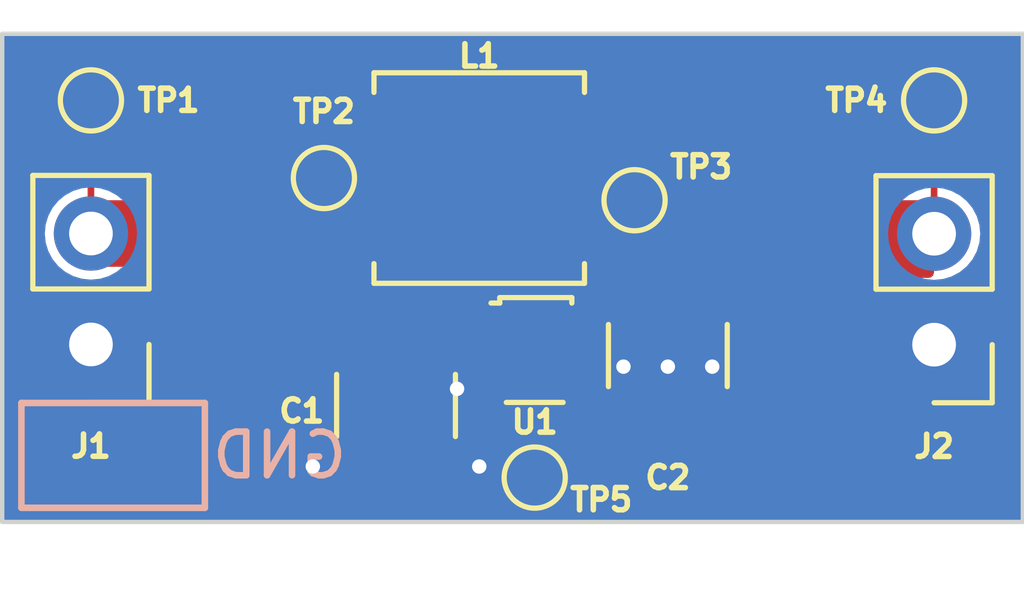
<source format=kicad_pcb>
(kicad_pcb (version 20221018) (generator pcbnew)
  (layers (0 "F.Cu" signal "Front") (31 "B.Cu" signal "Back") (34 "B.Paste" user) (35 "F.Paste" user) (36 "B.SilkS" user "B.Silkscreen") (37 "F.SilkS" user "F.Silkscreen") (38 "B.Mask" user) (39 "F.Mask" user) (44 "Edge.Cuts" user))
  (net 0 "")
  (net 1 "+BATT")
  (net 2 "GND")
  (net 3 "+5V")
  (net 4 "Net-(U1-SW)")
  (net 5 "Net-(U1-PG)")
  (footprint "Connector_PinHeader_2.54mm:PinHeader_1x02_P2.54mm_Vertical" (layer "F.Cu") (at 96.52 72.898 180)
    (fp_text reference "J1" (at 0 -2.33) (layer "F.SilkS") (effects (font (size 0.51 0.51) (thickness 0.127) bold)))
    (fp_text value "~")
    (fp_line (start -1.33 -1.33) (end 0 -1.33) (stroke (width 0.12)) (layer "F.SilkS"))
    (fp_line (start -1.33 0) (end -1.33 -1.33) (stroke (width 0.12)) (layer "F.SilkS"))
    (fp_line (start -1.33 1.27) (end -1.33 3.87) (stroke (width 0.12)) (layer "F.SilkS"))
    (fp_line (start -1.33 1.27) (end 1.33 1.27) (stroke (width 0.12)) (layer "F.SilkS"))
    (fp_line (start -1.33 3.87) (end 1.33 3.87) (stroke (width 0.12)) (layer "F.SilkS"))
    (fp_line (start 1.33 1.27) (end 1.33 3.87) (stroke (width 0.12)) (layer "F.SilkS"))
    (pad "1" thru_hole rect (at 0 0 180) (size 1.7 1.7) (drill 1) (layers "*.Cu" "*.Mask") (net 2 "GND"))
    (pad "2" thru_hole oval (at 0 2.54 180) (size 1.7 1.7) (drill 1) (layers "*.Cu" "*.Mask") (net 1 "+BATT"))
  )
  (footprint "TestPoint:TestPoint_Pad_D1.0mm" (layer "F.Cu") (at 108.966 69.596)
    (fp_text reference "TP3" (at 1.524 -0.762) (layer "F.SilkS") (effects (font (size 0.51 0.51) (thickness 0.127) bold)))
    (fp_text value "~")
    (fp_circle (center 0 0) (end 0 0.7) (stroke (width 0.12)) (fill none) (layer "F.SilkS"))
    (pad "1" smd circle (at 0 0) (size 1 1) (layers "F.Cu" "F.Mask") (net 4 "Net-(U1-SW)"))
  )
  (footprint "TestPoint:TestPoint_Pad_D1.0mm" (layer "F.Cu") (at 106.68 75.946)
    (fp_text reference "TP5" (at 1.524 0.508) (layer "F.SilkS") (effects (font (size 0.51 0.51) (thickness 0.127) bold)))
    (fp_text value "~")
    (fp_circle (center 0 0) (end 0 0.7) (stroke (width 0.12)) (fill none) (layer "F.SilkS"))
    (pad "1" smd circle (at 0 0) (size 1 1) (layers "F.Cu" "F.Mask") (net 5 "Net-(U1-PG)"))
  )
  (footprint "Inductor_SMD:L_Coilcraft_XAL4020-XXX" (layer "F.Cu") (at 105.41 69.088)
    (fp_text reference "L1" (at 0 -2.794) (layer "F.SilkS") (effects (font (size 0.51 0.51) (thickness 0.127) bold)))
    (fp_text value "0.47uH")
    (fp_line (start -2.41 -2.41) (end -2.41 -1.96) (stroke (width 0.12)) (layer "F.SilkS"))
    (fp_line (start -2.41 -2.41) (end 2.41 -2.41) (stroke (width 0.12)) (layer "F.SilkS"))
    (fp_line (start -2.41 2.41) (end -2.41 1.96) (stroke (width 0.12)) (layer "F.SilkS"))
    (fp_line (start -2.41 2.41) (end 2.41 2.41) (stroke (width 0.12)) (layer "F.SilkS"))
    (fp_line (start 2.41 -2.41) (end 2.41 -1.96) (stroke (width 0.12)) (layer "F.SilkS"))
    (fp_line (start 2.41 2.41) (end 2.41 1.96) (stroke (width 0.12)) (layer "F.SilkS"))
    (pad "1" smd rect (at -1.185 0) (size 0.98 3.4) (layers "F.Cu" "F.Paste" "F.Mask") (net 1 "+BATT"))
    (pad "2" smd rect (at 1.185 0) (size 0.98 3.4) (layers "F.Cu" "F.Paste" "F.Mask") (net 4 "Net-(U1-SW)"))
  )
  (footprint "TestPoint:TestPoint_Pad_D1.0mm" (layer "F.Cu") (at 115.824 67.31)
    (fp_text reference "TP4" (at -1.778 0) (layer "F.SilkS") (effects (font (size 0.51 0.51) (thickness 0.127) bold)))
    (fp_text value "~")
    (fp_circle (center 0 0) (end 0 0.7) (stroke (width 0.12)) (fill none) (layer "F.SilkS"))
    (pad "1" smd circle (at 0 0) (size 1 1) (layers "F.Cu" "F.Mask") (net 3 "+5V"))
  )
  (footprint "TestPoint:TestPoint_Pad_D1.0mm" (layer "F.Cu") (at 101.854 69.088)
    (fp_text reference "TP2" (at 0 -1.524) (layer "F.SilkS") (effects (font (size 0.51 0.51) (thickness 0.127) bold)))
    (fp_text value "~")
    (fp_circle (center 0 0) (end 0 0.7) (stroke (width 0.12)) (fill none) (layer "F.SilkS"))
    (pad "1" smd circle (at 0 0) (size 1 1) (layers "F.Cu" "F.Mask") (net 1 "+BATT"))
  )
  (footprint "Capacitor_SMD:C_1210_3225Metric" (layer "F.Cu") (at 109.728 73.152 -90)
    (fp_text reference "C2" (at 2.794 0 180) (layer "F.SilkS") (effects (font (size 0.51 0.51) (thickness 0.127) bold)))
    (fp_text value "10 μf")
    (fp_line (start -0.711252 -1.36) (end 0.711252 -1.36) (stroke (width 0.12)) (layer "F.SilkS"))
    (fp_line (start -0.711252 1.36) (end 0.711252 1.36) (stroke (width 0.12)) (layer "F.SilkS"))
    (pad "1" smd roundrect (at -1.475 0 270) (size 1.15 2.7) (layers "F.Cu" "F.Paste" "F.Mask") (roundrect_rratio 0.2173913043) (net 3 "+5V"))
    (pad "2" smd roundrect (at 1.475 0 270) (size 1.15 2.7) (layers "F.Cu" "F.Paste" "F.Mask") (roundrect_rratio 0.2173913043) (net 2 "GND"))
  )
  (footprint "Capacitor_SMD:C_1210_3225Metric" (layer "F.Cu") (at 103.505 74.295 -90)
    (fp_text reference "C1" (at 0.127 2.159 180) (layer "F.SilkS") (effects (font (size 0.51 0.51) (thickness 0.127) bold)))
    (fp_text value "10μf")
    (fp_line (start -0.711252 -1.36) (end 0.711252 -1.36) (stroke (width 0.12)) (layer "F.SilkS"))
    (fp_line (start -0.711252 1.36) (end 0.711252 1.36) (stroke (width 0.12)) (layer "F.SilkS"))
    (pad "1" smd roundrect (at -1.475 0 270) (size 1.15 2.7) (layers "F.Cu" "F.Paste" "F.Mask") (roundrect_rratio 0.2173913043) (net 1 "+BATT"))
    (pad "2" smd roundrect (at 1.475 0 270) (size 1.15 2.7) (layers "F.Cu" "F.Paste" "F.Mask") (roundrect_rratio 0.2173913043) (net 2 "GND"))
  )
  (footprint "TestPoint:TestPoint_Pad_D1.0mm" (layer "F.Cu") (at 96.52 67.31)
    (fp_text reference "TP1" (at 1.778 0) (layer "F.SilkS") (effects (font (size 0.51 0.51) (thickness 0.127) bold)))
    (fp_text value "~")
    (fp_circle (center 0 0) (end 0 0.7) (stroke (width 0.12)) (fill none) (layer "F.SilkS"))
    (pad "1" smd circle (at 0 0) (size 1 1) (layers "F.Cu" "F.Mask") (net 1 "+BATT"))
  )
  (footprint "Package_TO_SOT_SMD:SOT-583-8" (layer "F.Cu") (at 106.68 73.025)
    (fp_text reference "U1" (at 0 1.651 unlocked) (layer "F.SilkS") (effects (font (size 0.51 0.51) (thickness 0.127) bold)))
    (fp_text value "~")
    (fp_line (start -0.8 -1.2) (end 0.85 -1.2) (stroke (width 0.12)) (layer "F.SilkS"))
    (fp_line (start -0.8 -1.075) (end -1 -1.075) (stroke (width 0.12)) (layer "F.SilkS"))
    (fp_line (start -0.8 -1.075) (end -0.8 -1.2) (stroke (width 0.12)) (layer "F.SilkS"))
    (fp_line (start 0.65 1.2) (end -0.65 1.2) (stroke (width 0.12)) (layer "F.SilkS"))
    (fp_line (start 0.85 -1.2) (end 0.85 -1.075) (stroke (width 0.12)) (layer "F.SilkS"))
    (pad "1" smd roundrect (at -0.74 -0.75) (size 0.67 0.3) (layers "F.Cu" "F.Paste" "F.Mask") (roundrect_rratio 0.1666666667) (net 1 "+BATT"))
    (pad "2" smd roundrect (at -0.74 -0.25) (size 0.67 0.3) (layers "F.Cu" "F.Paste" "F.Mask") (roundrect_rratio 0.1666666667) (net 1 "+BATT"))
    (pad "3" smd roundrect (at -0.74 0.25) (size 0.67 0.3) (layers "F.Cu" "F.Paste" "F.Mask") (roundrect_rratio 0.1666666667) (net 2 "GND"))
    (pad "4" smd roundrect (at -0.74 0.75) (size 0.67 0.3) (layers "F.Cu" "F.Paste" "F.Mask") (roundrect_rratio 0.1666666667) (net 5 "Net-(U1-PG)"))
    (pad "5" smd roundrect (at 0.74 0.75) (size 0.67 0.3) (layers "F.Cu" "F.Paste" "F.Mask") (roundrect_rratio 0.1666666667) (net 1 "+BATT"))
    (pad "6" smd roundrect (at 0.74 0.25) (size 0.67 0.3) (layers "F.Cu" "F.Paste" "F.Mask") (roundrect_rratio 0.1666666667) (net 2 "GND"))
    (pad "7" smd roundrect (at 0.74 -0.25) (size 0.67 0.3) (layers "F.Cu" "F.Paste" "F.Mask") (roundrect_rratio 0.1666666667) (net 4 "Net-(U1-SW)"))
    (pad "8" smd roundrect (at 0.74 -0.75) (size 0.67 0.3) (layers "F.Cu" "F.Paste" "F.Mask") (roundrect_rratio 0.1666666667) (net 3 "+5V"))
  )
  (footprint "Connector_PinHeader_2.54mm:PinHeader_1x02_P2.54mm_Vertical" (layer "F.Cu") (at 115.824 72.903 180)
    (fp_text reference "J2" (at 0 -2.33) (layer "F.SilkS") (effects (font (size 0.51 0.51) (thickness 0.127) bold)))
    (fp_text value "~")
    (fp_line (start -1.33 -1.33) (end 0 -1.33) (stroke (width 0.12)) (layer "F.SilkS"))
    (fp_line (start -1.33 0) (end -1.33 -1.33) (stroke (width 0.12)) (layer "F.SilkS"))
    (fp_line (start -1.33 1.27) (end -1.33 3.87) (stroke (width 0.12)) (layer "F.SilkS"))
    (fp_line (start -1.33 1.27) (end 1.33 1.27) (stroke (width 0.12)) (layer "F.SilkS"))
    (fp_line (start -1.33 3.87) (end 1.33 3.87) (stroke (width 0.12)) (layer "F.SilkS"))
    (fp_line (start 1.33 1.27) (end 1.33 3.87) (stroke (width 0.12)) (layer "F.SilkS"))
    (pad "1" thru_hole rect (at 0 0 180) (size 1.7 1.7) (drill 1) (layers "*.Cu" "*.Mask") (net 2 "GND"))
    (pad "2" thru_hole oval (at 0 2.54 180) (size 1.7 1.7) (drill 1) (layers "*.Cu" "*.Mask") (net 3 "+5V"))
  )
  (footprint "TestPoint:TestPoint_Keystone_5019_Miniature" (layer "B.Cu") (at 97.028 75.438 180)
    (fp_text reference "GND" (at -3.81 0) (layer "B.SilkS") (effects (justify mirror)))
    (fp_text value "~")
    (fp_line (start -2.1 -1.2) (end -2.1 1.2) (stroke (width 0.15)) (layer "B.SilkS"))
    (fp_line (start -2.1 1.2) (end 2.1 1.2) (stroke (width 0.15)) (layer "B.SilkS"))
    (fp_line (start 2.1 -1.2) (end -2.1 -1.2) (stroke (width 0.15)) (layer "B.SilkS"))
    (fp_line (start 2.1 1.2) (end 2.1 -1.2) (stroke (width 0.15)) (layer "B.SilkS"))
    (pad "1" smd rect (at 0 0 180) (size 3.8 2) (layers "B.Cu" "B.Paste" "B.Mask") (net 2 "GND"))
  )
  (gr_rect (start 94.488 65.786) (end 117.856 76.962) (stroke (width 0.1)) (fill none) (layer "Edge.Cuts"))
  (segment (start 106.816084 73.775) (end 106.5512 73.510116) (width 0.1524) (layer "F.Cu") (net 1))
  (segment (start 106.5512 73.039884) (end 106.286316 72.775) (width 0.1524) (layer "F.Cu") (net 1))
  (segment (start 106.5512 73.510116) (end 106.5512 73.039884) (width 0.1524) (layer "F.Cu") (net 1))
  (segment (start 96.52 70.358) (end 96.52 67.31) (width 0.1524) (layer "F.Cu") (net 1))
  (segment (start 107.42 73.775) (end 106.816084 73.775) (width 0.1524) (layer "F.Cu") (net 1))
  (segment (start 106.286316 72.775) (end 105.94 72.775) (width 0.1524) (layer "F.Cu") (net 1))
  (segment (start 101.854 69.088) (end 104.225 69.088) (width 0.1524) (layer "F.Cu") (net 1))
  (segment (start 103.505 75.77) (end 101.678 75.77) (width 0.254) (layer "F.Cu") (net 2))
  (segment (start 105.332 75.77) (end 105.41 75.692) (width 0.254) (layer "F.Cu") (net 2))
  (segment (start 101.678 75.77) (end 101.6 75.692) (width 0.254) (layer "F.Cu") (net 2))
  (segment (start 105.541 73.275) (end 104.902 73.914) (width 0.1524) (layer "F.Cu") (net 2))
  (segment (start 103.505 75.77) (end 105.332 75.77) (width 0.254) (layer "F.Cu") (net 2))
  (segment (start 105.94 73.275) (end 105.541 73.275) (width 0.1524) (layer "F.Cu") (net 2))
  (via (at 101.6 75.692) (size 0.6858) (drill 0.3302) (layers "F.Cu" "B.Cu") (net 2))
  (via (at 109.728 73.406) (size 0.6858) (drill 0.3302) (layers "F.Cu" "B.Cu") (net 2))
  (via (at 110.744 73.406) (size 0.6858) (drill 0.3302) (layers "F.Cu" "B.Cu") (net 2))
  (via (at 104.902 73.914) (size 0.6858) (drill 0.3302) (layers "F.Cu" "B.Cu") (net 2))
  (via (at 108.712 73.406) (size 0.6858) (drill 0.3302) (layers "F.Cu" "B.Cu") (net 2))
  (via (at 105.41 75.692) (size 0.6858) (drill 0.3302) (layers "F.Cu" "B.Cu") (net 2))
  (segment (start 115.824 67.31) (end 115.824 70.363) (width 0.1524) (layer "F.Cu") (net 3))
  (segment (start 107.103 69.596) (end 106.595 69.088) (width 0.1524) (layer "F.Cu") (net 4))
  (segment (start 108.966 69.596) (end 107.103 69.596) (width 0.1524) (layer "F.Cu") (net 4))
  (segment (start 106.68 74.515) (end 106.68 75.946) (width 0.1524) (layer "F.Cu") (net 5))
  (segment (start 105.94 73.775) (end 106.68 74.515) (width 0.1524) (layer "F.Cu") (net 5))
  (zone (net 2) (net_name "GND") (layer "F.Cu") (priority 4) (connect_pads yes (clearance 0.1)) (min_thickness 0.25) (fill yes (thermal_gap 0.25) (thermal_bridge_width 0.25))
    (polygon (pts (xy 107.442 73.406) (xy 107.696 73.406) (xy 108.458 74.168) (xy 110.998 74.168) (xy 110.998 73.152) (xy 107.442 73.152)))
  )
  (zone (net 1) (net_name "+BATT") (layer "F.Cu") (connect_pads yes (clearance 0.1)) (min_thickness 0.25) (fill yes (thermal_gap 0.5) (thermal_bridge_width 0.5))
    (polygon (pts (xy 102.362 73.406) (xy 104.648 73.406) (xy 105.156 72.898) (xy 106.172 72.898) (xy 106.172 72.136) (xy 105.156 72.136) (xy 104.648 71.628) (xy 104.648 70.612) (xy 103.378 70.612) (xy 99.822 69.596) (xy 96.52 69.596) (xy 96.52 71.12) (xy 99.822 71.12) (xy 101.092 71.374) (xy 102.362 72.39)))
  )
  (zone (net 3) (net_name "+5V") (layer "F.Cu") (priority 3) (connect_pads yes (clearance 0.1)) (min_thickness 0.25) (fill yes (thermal_gap 0.25) (thermal_bridge_width 0.25))
    (polygon (pts (xy 107.442 72.39) (xy 110.998 72.39) (xy 112.014 71.374) (xy 115.824 71.374) (xy 115.824 69.596) (xy 111.76 69.596) (xy 109.728 70.866) (xy 108.204 70.866) (xy 107.442 72.136)))
  )
  (zone (net 4) (net_name "Net-(U1-SW)") (layer "F.Cu") (priority 1) (connect_pads yes (clearance 0.1)) (min_thickness 0.25) (fill yes (thermal_gap 0.5) (thermal_bridge_width 0.5))
    (polygon (pts (xy 107.696 72.898) (xy 106.426 72.898) (xy 106.426 71.628) (xy 106.172 70.612) (xy 106.934 70.612) (xy 106.934 72.39)))
  )
  (zone (net 2) (net_name "GND") (layer "B.Cu") (priority 2) (connect_pads yes (clearance 0.1)) (min_thickness 0.25) (fill yes (thermal_gap 0.5) (thermal_bridge_width 0.5))
    (polygon (pts (xy 94.488 65.786) (xy 117.856 65.786) (xy 117.856 76.962) (xy 94.488 76.962)))
  )
)
</source>
